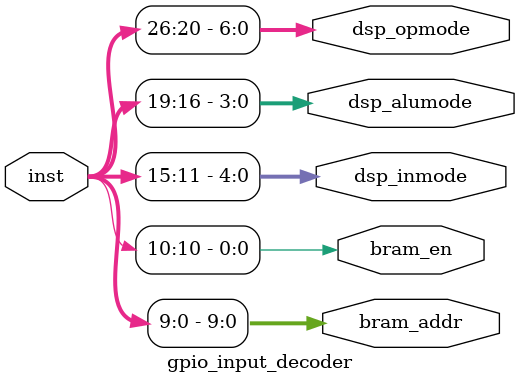
<source format=v>
module gpio_input_decoder(
	input [31:0] inst,
	output [9:0] bram_addr,
	output bram_en,
	output [4:0] dsp_inmode,
	output [3:0] dsp_alumode,
	output [6:0] dsp_opmode
);

	assign bram_addr = inst[9:0];
	assign bram_en = inst[10];
	assign dsp_inmode = inst[15:11];
	assign dsp_alumode = inst[19:16];
	assign dsp_opmode = inst[26:20];

endmodule
</source>
